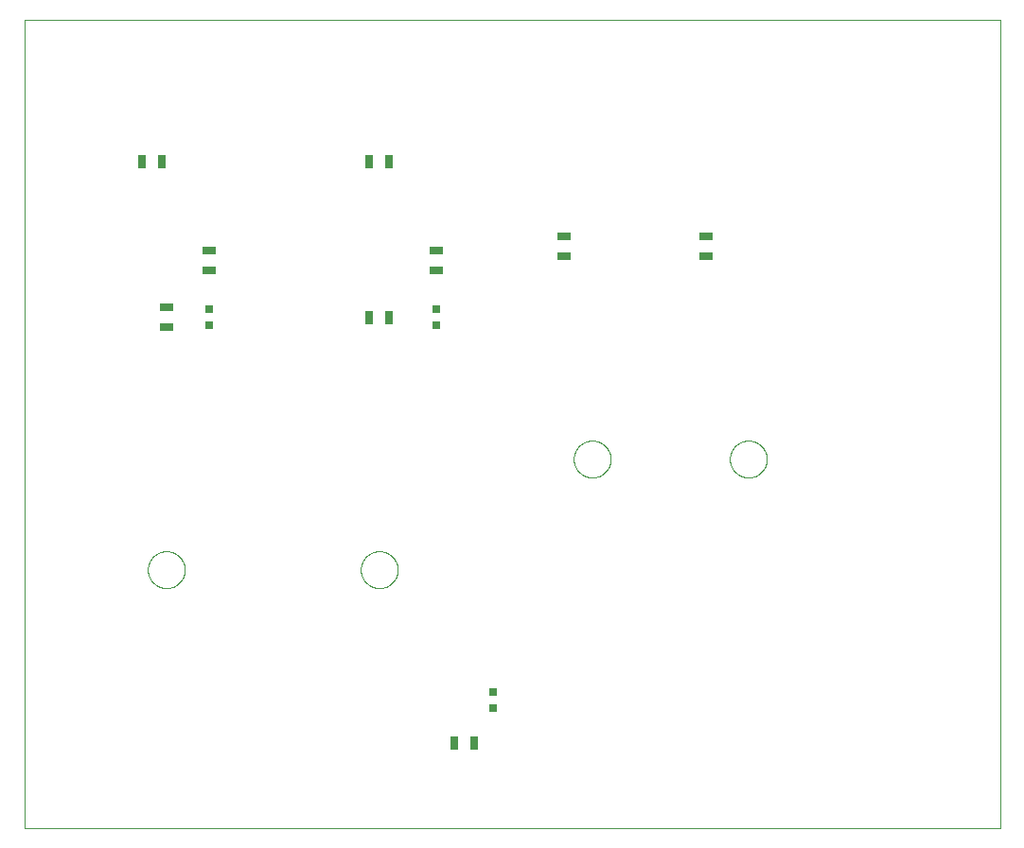
<source format=gtp>
G75*
%MOIN*%
%OFA0B0*%
%FSLAX25Y25*%
%IPPOS*%
%LPD*%
%AMOC8*
5,1,8,0,0,1.08239X$1,22.5*
%
%ADD10C,0.00000*%
%ADD11R,0.03150X0.04724*%
%ADD12R,0.03150X0.03150*%
%ADD13R,0.04724X0.03150*%
D10*
X0011800Y0011800D02*
X0011800Y0296761D01*
X0355501Y0296761D01*
X0355501Y0011800D01*
X0011800Y0011800D01*
X0055300Y0102800D02*
X0055302Y0102961D01*
X0055308Y0103121D01*
X0055318Y0103282D01*
X0055332Y0103442D01*
X0055350Y0103602D01*
X0055371Y0103761D01*
X0055397Y0103920D01*
X0055427Y0104078D01*
X0055460Y0104235D01*
X0055498Y0104392D01*
X0055539Y0104547D01*
X0055584Y0104701D01*
X0055633Y0104854D01*
X0055686Y0105006D01*
X0055742Y0105157D01*
X0055803Y0105306D01*
X0055866Y0105454D01*
X0055934Y0105600D01*
X0056005Y0105744D01*
X0056079Y0105886D01*
X0056157Y0106027D01*
X0056239Y0106165D01*
X0056324Y0106302D01*
X0056412Y0106436D01*
X0056504Y0106568D01*
X0056599Y0106698D01*
X0056697Y0106826D01*
X0056798Y0106951D01*
X0056902Y0107073D01*
X0057009Y0107193D01*
X0057119Y0107310D01*
X0057232Y0107425D01*
X0057348Y0107536D01*
X0057467Y0107645D01*
X0057588Y0107750D01*
X0057712Y0107853D01*
X0057838Y0107953D01*
X0057966Y0108049D01*
X0058097Y0108142D01*
X0058231Y0108232D01*
X0058366Y0108319D01*
X0058504Y0108402D01*
X0058643Y0108482D01*
X0058785Y0108558D01*
X0058928Y0108631D01*
X0059073Y0108700D01*
X0059220Y0108766D01*
X0059368Y0108828D01*
X0059518Y0108886D01*
X0059669Y0108941D01*
X0059822Y0108992D01*
X0059976Y0109039D01*
X0060131Y0109082D01*
X0060287Y0109121D01*
X0060443Y0109157D01*
X0060601Y0109188D01*
X0060759Y0109216D01*
X0060918Y0109240D01*
X0061078Y0109260D01*
X0061238Y0109276D01*
X0061398Y0109288D01*
X0061559Y0109296D01*
X0061720Y0109300D01*
X0061880Y0109300D01*
X0062041Y0109296D01*
X0062202Y0109288D01*
X0062362Y0109276D01*
X0062522Y0109260D01*
X0062682Y0109240D01*
X0062841Y0109216D01*
X0062999Y0109188D01*
X0063157Y0109157D01*
X0063313Y0109121D01*
X0063469Y0109082D01*
X0063624Y0109039D01*
X0063778Y0108992D01*
X0063931Y0108941D01*
X0064082Y0108886D01*
X0064232Y0108828D01*
X0064380Y0108766D01*
X0064527Y0108700D01*
X0064672Y0108631D01*
X0064815Y0108558D01*
X0064957Y0108482D01*
X0065096Y0108402D01*
X0065234Y0108319D01*
X0065369Y0108232D01*
X0065503Y0108142D01*
X0065634Y0108049D01*
X0065762Y0107953D01*
X0065888Y0107853D01*
X0066012Y0107750D01*
X0066133Y0107645D01*
X0066252Y0107536D01*
X0066368Y0107425D01*
X0066481Y0107310D01*
X0066591Y0107193D01*
X0066698Y0107073D01*
X0066802Y0106951D01*
X0066903Y0106826D01*
X0067001Y0106698D01*
X0067096Y0106568D01*
X0067188Y0106436D01*
X0067276Y0106302D01*
X0067361Y0106165D01*
X0067443Y0106027D01*
X0067521Y0105886D01*
X0067595Y0105744D01*
X0067666Y0105600D01*
X0067734Y0105454D01*
X0067797Y0105306D01*
X0067858Y0105157D01*
X0067914Y0105006D01*
X0067967Y0104854D01*
X0068016Y0104701D01*
X0068061Y0104547D01*
X0068102Y0104392D01*
X0068140Y0104235D01*
X0068173Y0104078D01*
X0068203Y0103920D01*
X0068229Y0103761D01*
X0068250Y0103602D01*
X0068268Y0103442D01*
X0068282Y0103282D01*
X0068292Y0103121D01*
X0068298Y0102961D01*
X0068300Y0102800D01*
X0068298Y0102639D01*
X0068292Y0102479D01*
X0068282Y0102318D01*
X0068268Y0102158D01*
X0068250Y0101998D01*
X0068229Y0101839D01*
X0068203Y0101680D01*
X0068173Y0101522D01*
X0068140Y0101365D01*
X0068102Y0101208D01*
X0068061Y0101053D01*
X0068016Y0100899D01*
X0067967Y0100746D01*
X0067914Y0100594D01*
X0067858Y0100443D01*
X0067797Y0100294D01*
X0067734Y0100146D01*
X0067666Y0100000D01*
X0067595Y0099856D01*
X0067521Y0099714D01*
X0067443Y0099573D01*
X0067361Y0099435D01*
X0067276Y0099298D01*
X0067188Y0099164D01*
X0067096Y0099032D01*
X0067001Y0098902D01*
X0066903Y0098774D01*
X0066802Y0098649D01*
X0066698Y0098527D01*
X0066591Y0098407D01*
X0066481Y0098290D01*
X0066368Y0098175D01*
X0066252Y0098064D01*
X0066133Y0097955D01*
X0066012Y0097850D01*
X0065888Y0097747D01*
X0065762Y0097647D01*
X0065634Y0097551D01*
X0065503Y0097458D01*
X0065369Y0097368D01*
X0065234Y0097281D01*
X0065096Y0097198D01*
X0064957Y0097118D01*
X0064815Y0097042D01*
X0064672Y0096969D01*
X0064527Y0096900D01*
X0064380Y0096834D01*
X0064232Y0096772D01*
X0064082Y0096714D01*
X0063931Y0096659D01*
X0063778Y0096608D01*
X0063624Y0096561D01*
X0063469Y0096518D01*
X0063313Y0096479D01*
X0063157Y0096443D01*
X0062999Y0096412D01*
X0062841Y0096384D01*
X0062682Y0096360D01*
X0062522Y0096340D01*
X0062362Y0096324D01*
X0062202Y0096312D01*
X0062041Y0096304D01*
X0061880Y0096300D01*
X0061720Y0096300D01*
X0061559Y0096304D01*
X0061398Y0096312D01*
X0061238Y0096324D01*
X0061078Y0096340D01*
X0060918Y0096360D01*
X0060759Y0096384D01*
X0060601Y0096412D01*
X0060443Y0096443D01*
X0060287Y0096479D01*
X0060131Y0096518D01*
X0059976Y0096561D01*
X0059822Y0096608D01*
X0059669Y0096659D01*
X0059518Y0096714D01*
X0059368Y0096772D01*
X0059220Y0096834D01*
X0059073Y0096900D01*
X0058928Y0096969D01*
X0058785Y0097042D01*
X0058643Y0097118D01*
X0058504Y0097198D01*
X0058366Y0097281D01*
X0058231Y0097368D01*
X0058097Y0097458D01*
X0057966Y0097551D01*
X0057838Y0097647D01*
X0057712Y0097747D01*
X0057588Y0097850D01*
X0057467Y0097955D01*
X0057348Y0098064D01*
X0057232Y0098175D01*
X0057119Y0098290D01*
X0057009Y0098407D01*
X0056902Y0098527D01*
X0056798Y0098649D01*
X0056697Y0098774D01*
X0056599Y0098902D01*
X0056504Y0099032D01*
X0056412Y0099164D01*
X0056324Y0099298D01*
X0056239Y0099435D01*
X0056157Y0099573D01*
X0056079Y0099714D01*
X0056005Y0099856D01*
X0055934Y0100000D01*
X0055866Y0100146D01*
X0055803Y0100294D01*
X0055742Y0100443D01*
X0055686Y0100594D01*
X0055633Y0100746D01*
X0055584Y0100899D01*
X0055539Y0101053D01*
X0055498Y0101208D01*
X0055460Y0101365D01*
X0055427Y0101522D01*
X0055397Y0101680D01*
X0055371Y0101839D01*
X0055350Y0101998D01*
X0055332Y0102158D01*
X0055318Y0102318D01*
X0055308Y0102479D01*
X0055302Y0102639D01*
X0055300Y0102800D01*
X0130300Y0102800D02*
X0130302Y0102961D01*
X0130308Y0103121D01*
X0130318Y0103282D01*
X0130332Y0103442D01*
X0130350Y0103602D01*
X0130371Y0103761D01*
X0130397Y0103920D01*
X0130427Y0104078D01*
X0130460Y0104235D01*
X0130498Y0104392D01*
X0130539Y0104547D01*
X0130584Y0104701D01*
X0130633Y0104854D01*
X0130686Y0105006D01*
X0130742Y0105157D01*
X0130803Y0105306D01*
X0130866Y0105454D01*
X0130934Y0105600D01*
X0131005Y0105744D01*
X0131079Y0105886D01*
X0131157Y0106027D01*
X0131239Y0106165D01*
X0131324Y0106302D01*
X0131412Y0106436D01*
X0131504Y0106568D01*
X0131599Y0106698D01*
X0131697Y0106826D01*
X0131798Y0106951D01*
X0131902Y0107073D01*
X0132009Y0107193D01*
X0132119Y0107310D01*
X0132232Y0107425D01*
X0132348Y0107536D01*
X0132467Y0107645D01*
X0132588Y0107750D01*
X0132712Y0107853D01*
X0132838Y0107953D01*
X0132966Y0108049D01*
X0133097Y0108142D01*
X0133231Y0108232D01*
X0133366Y0108319D01*
X0133504Y0108402D01*
X0133643Y0108482D01*
X0133785Y0108558D01*
X0133928Y0108631D01*
X0134073Y0108700D01*
X0134220Y0108766D01*
X0134368Y0108828D01*
X0134518Y0108886D01*
X0134669Y0108941D01*
X0134822Y0108992D01*
X0134976Y0109039D01*
X0135131Y0109082D01*
X0135287Y0109121D01*
X0135443Y0109157D01*
X0135601Y0109188D01*
X0135759Y0109216D01*
X0135918Y0109240D01*
X0136078Y0109260D01*
X0136238Y0109276D01*
X0136398Y0109288D01*
X0136559Y0109296D01*
X0136720Y0109300D01*
X0136880Y0109300D01*
X0137041Y0109296D01*
X0137202Y0109288D01*
X0137362Y0109276D01*
X0137522Y0109260D01*
X0137682Y0109240D01*
X0137841Y0109216D01*
X0137999Y0109188D01*
X0138157Y0109157D01*
X0138313Y0109121D01*
X0138469Y0109082D01*
X0138624Y0109039D01*
X0138778Y0108992D01*
X0138931Y0108941D01*
X0139082Y0108886D01*
X0139232Y0108828D01*
X0139380Y0108766D01*
X0139527Y0108700D01*
X0139672Y0108631D01*
X0139815Y0108558D01*
X0139957Y0108482D01*
X0140096Y0108402D01*
X0140234Y0108319D01*
X0140369Y0108232D01*
X0140503Y0108142D01*
X0140634Y0108049D01*
X0140762Y0107953D01*
X0140888Y0107853D01*
X0141012Y0107750D01*
X0141133Y0107645D01*
X0141252Y0107536D01*
X0141368Y0107425D01*
X0141481Y0107310D01*
X0141591Y0107193D01*
X0141698Y0107073D01*
X0141802Y0106951D01*
X0141903Y0106826D01*
X0142001Y0106698D01*
X0142096Y0106568D01*
X0142188Y0106436D01*
X0142276Y0106302D01*
X0142361Y0106165D01*
X0142443Y0106027D01*
X0142521Y0105886D01*
X0142595Y0105744D01*
X0142666Y0105600D01*
X0142734Y0105454D01*
X0142797Y0105306D01*
X0142858Y0105157D01*
X0142914Y0105006D01*
X0142967Y0104854D01*
X0143016Y0104701D01*
X0143061Y0104547D01*
X0143102Y0104392D01*
X0143140Y0104235D01*
X0143173Y0104078D01*
X0143203Y0103920D01*
X0143229Y0103761D01*
X0143250Y0103602D01*
X0143268Y0103442D01*
X0143282Y0103282D01*
X0143292Y0103121D01*
X0143298Y0102961D01*
X0143300Y0102800D01*
X0143298Y0102639D01*
X0143292Y0102479D01*
X0143282Y0102318D01*
X0143268Y0102158D01*
X0143250Y0101998D01*
X0143229Y0101839D01*
X0143203Y0101680D01*
X0143173Y0101522D01*
X0143140Y0101365D01*
X0143102Y0101208D01*
X0143061Y0101053D01*
X0143016Y0100899D01*
X0142967Y0100746D01*
X0142914Y0100594D01*
X0142858Y0100443D01*
X0142797Y0100294D01*
X0142734Y0100146D01*
X0142666Y0100000D01*
X0142595Y0099856D01*
X0142521Y0099714D01*
X0142443Y0099573D01*
X0142361Y0099435D01*
X0142276Y0099298D01*
X0142188Y0099164D01*
X0142096Y0099032D01*
X0142001Y0098902D01*
X0141903Y0098774D01*
X0141802Y0098649D01*
X0141698Y0098527D01*
X0141591Y0098407D01*
X0141481Y0098290D01*
X0141368Y0098175D01*
X0141252Y0098064D01*
X0141133Y0097955D01*
X0141012Y0097850D01*
X0140888Y0097747D01*
X0140762Y0097647D01*
X0140634Y0097551D01*
X0140503Y0097458D01*
X0140369Y0097368D01*
X0140234Y0097281D01*
X0140096Y0097198D01*
X0139957Y0097118D01*
X0139815Y0097042D01*
X0139672Y0096969D01*
X0139527Y0096900D01*
X0139380Y0096834D01*
X0139232Y0096772D01*
X0139082Y0096714D01*
X0138931Y0096659D01*
X0138778Y0096608D01*
X0138624Y0096561D01*
X0138469Y0096518D01*
X0138313Y0096479D01*
X0138157Y0096443D01*
X0137999Y0096412D01*
X0137841Y0096384D01*
X0137682Y0096360D01*
X0137522Y0096340D01*
X0137362Y0096324D01*
X0137202Y0096312D01*
X0137041Y0096304D01*
X0136880Y0096300D01*
X0136720Y0096300D01*
X0136559Y0096304D01*
X0136398Y0096312D01*
X0136238Y0096324D01*
X0136078Y0096340D01*
X0135918Y0096360D01*
X0135759Y0096384D01*
X0135601Y0096412D01*
X0135443Y0096443D01*
X0135287Y0096479D01*
X0135131Y0096518D01*
X0134976Y0096561D01*
X0134822Y0096608D01*
X0134669Y0096659D01*
X0134518Y0096714D01*
X0134368Y0096772D01*
X0134220Y0096834D01*
X0134073Y0096900D01*
X0133928Y0096969D01*
X0133785Y0097042D01*
X0133643Y0097118D01*
X0133504Y0097198D01*
X0133366Y0097281D01*
X0133231Y0097368D01*
X0133097Y0097458D01*
X0132966Y0097551D01*
X0132838Y0097647D01*
X0132712Y0097747D01*
X0132588Y0097850D01*
X0132467Y0097955D01*
X0132348Y0098064D01*
X0132232Y0098175D01*
X0132119Y0098290D01*
X0132009Y0098407D01*
X0131902Y0098527D01*
X0131798Y0098649D01*
X0131697Y0098774D01*
X0131599Y0098902D01*
X0131504Y0099032D01*
X0131412Y0099164D01*
X0131324Y0099298D01*
X0131239Y0099435D01*
X0131157Y0099573D01*
X0131079Y0099714D01*
X0131005Y0099856D01*
X0130934Y0100000D01*
X0130866Y0100146D01*
X0130803Y0100294D01*
X0130742Y0100443D01*
X0130686Y0100594D01*
X0130633Y0100746D01*
X0130584Y0100899D01*
X0130539Y0101053D01*
X0130498Y0101208D01*
X0130460Y0101365D01*
X0130427Y0101522D01*
X0130397Y0101680D01*
X0130371Y0101839D01*
X0130350Y0101998D01*
X0130332Y0102158D01*
X0130318Y0102318D01*
X0130308Y0102479D01*
X0130302Y0102639D01*
X0130300Y0102800D01*
X0205300Y0141800D02*
X0205302Y0141961D01*
X0205308Y0142121D01*
X0205318Y0142282D01*
X0205332Y0142442D01*
X0205350Y0142602D01*
X0205371Y0142761D01*
X0205397Y0142920D01*
X0205427Y0143078D01*
X0205460Y0143235D01*
X0205498Y0143392D01*
X0205539Y0143547D01*
X0205584Y0143701D01*
X0205633Y0143854D01*
X0205686Y0144006D01*
X0205742Y0144157D01*
X0205803Y0144306D01*
X0205866Y0144454D01*
X0205934Y0144600D01*
X0206005Y0144744D01*
X0206079Y0144886D01*
X0206157Y0145027D01*
X0206239Y0145165D01*
X0206324Y0145302D01*
X0206412Y0145436D01*
X0206504Y0145568D01*
X0206599Y0145698D01*
X0206697Y0145826D01*
X0206798Y0145951D01*
X0206902Y0146073D01*
X0207009Y0146193D01*
X0207119Y0146310D01*
X0207232Y0146425D01*
X0207348Y0146536D01*
X0207467Y0146645D01*
X0207588Y0146750D01*
X0207712Y0146853D01*
X0207838Y0146953D01*
X0207966Y0147049D01*
X0208097Y0147142D01*
X0208231Y0147232D01*
X0208366Y0147319D01*
X0208504Y0147402D01*
X0208643Y0147482D01*
X0208785Y0147558D01*
X0208928Y0147631D01*
X0209073Y0147700D01*
X0209220Y0147766D01*
X0209368Y0147828D01*
X0209518Y0147886D01*
X0209669Y0147941D01*
X0209822Y0147992D01*
X0209976Y0148039D01*
X0210131Y0148082D01*
X0210287Y0148121D01*
X0210443Y0148157D01*
X0210601Y0148188D01*
X0210759Y0148216D01*
X0210918Y0148240D01*
X0211078Y0148260D01*
X0211238Y0148276D01*
X0211398Y0148288D01*
X0211559Y0148296D01*
X0211720Y0148300D01*
X0211880Y0148300D01*
X0212041Y0148296D01*
X0212202Y0148288D01*
X0212362Y0148276D01*
X0212522Y0148260D01*
X0212682Y0148240D01*
X0212841Y0148216D01*
X0212999Y0148188D01*
X0213157Y0148157D01*
X0213313Y0148121D01*
X0213469Y0148082D01*
X0213624Y0148039D01*
X0213778Y0147992D01*
X0213931Y0147941D01*
X0214082Y0147886D01*
X0214232Y0147828D01*
X0214380Y0147766D01*
X0214527Y0147700D01*
X0214672Y0147631D01*
X0214815Y0147558D01*
X0214957Y0147482D01*
X0215096Y0147402D01*
X0215234Y0147319D01*
X0215369Y0147232D01*
X0215503Y0147142D01*
X0215634Y0147049D01*
X0215762Y0146953D01*
X0215888Y0146853D01*
X0216012Y0146750D01*
X0216133Y0146645D01*
X0216252Y0146536D01*
X0216368Y0146425D01*
X0216481Y0146310D01*
X0216591Y0146193D01*
X0216698Y0146073D01*
X0216802Y0145951D01*
X0216903Y0145826D01*
X0217001Y0145698D01*
X0217096Y0145568D01*
X0217188Y0145436D01*
X0217276Y0145302D01*
X0217361Y0145165D01*
X0217443Y0145027D01*
X0217521Y0144886D01*
X0217595Y0144744D01*
X0217666Y0144600D01*
X0217734Y0144454D01*
X0217797Y0144306D01*
X0217858Y0144157D01*
X0217914Y0144006D01*
X0217967Y0143854D01*
X0218016Y0143701D01*
X0218061Y0143547D01*
X0218102Y0143392D01*
X0218140Y0143235D01*
X0218173Y0143078D01*
X0218203Y0142920D01*
X0218229Y0142761D01*
X0218250Y0142602D01*
X0218268Y0142442D01*
X0218282Y0142282D01*
X0218292Y0142121D01*
X0218298Y0141961D01*
X0218300Y0141800D01*
X0218298Y0141639D01*
X0218292Y0141479D01*
X0218282Y0141318D01*
X0218268Y0141158D01*
X0218250Y0140998D01*
X0218229Y0140839D01*
X0218203Y0140680D01*
X0218173Y0140522D01*
X0218140Y0140365D01*
X0218102Y0140208D01*
X0218061Y0140053D01*
X0218016Y0139899D01*
X0217967Y0139746D01*
X0217914Y0139594D01*
X0217858Y0139443D01*
X0217797Y0139294D01*
X0217734Y0139146D01*
X0217666Y0139000D01*
X0217595Y0138856D01*
X0217521Y0138714D01*
X0217443Y0138573D01*
X0217361Y0138435D01*
X0217276Y0138298D01*
X0217188Y0138164D01*
X0217096Y0138032D01*
X0217001Y0137902D01*
X0216903Y0137774D01*
X0216802Y0137649D01*
X0216698Y0137527D01*
X0216591Y0137407D01*
X0216481Y0137290D01*
X0216368Y0137175D01*
X0216252Y0137064D01*
X0216133Y0136955D01*
X0216012Y0136850D01*
X0215888Y0136747D01*
X0215762Y0136647D01*
X0215634Y0136551D01*
X0215503Y0136458D01*
X0215369Y0136368D01*
X0215234Y0136281D01*
X0215096Y0136198D01*
X0214957Y0136118D01*
X0214815Y0136042D01*
X0214672Y0135969D01*
X0214527Y0135900D01*
X0214380Y0135834D01*
X0214232Y0135772D01*
X0214082Y0135714D01*
X0213931Y0135659D01*
X0213778Y0135608D01*
X0213624Y0135561D01*
X0213469Y0135518D01*
X0213313Y0135479D01*
X0213157Y0135443D01*
X0212999Y0135412D01*
X0212841Y0135384D01*
X0212682Y0135360D01*
X0212522Y0135340D01*
X0212362Y0135324D01*
X0212202Y0135312D01*
X0212041Y0135304D01*
X0211880Y0135300D01*
X0211720Y0135300D01*
X0211559Y0135304D01*
X0211398Y0135312D01*
X0211238Y0135324D01*
X0211078Y0135340D01*
X0210918Y0135360D01*
X0210759Y0135384D01*
X0210601Y0135412D01*
X0210443Y0135443D01*
X0210287Y0135479D01*
X0210131Y0135518D01*
X0209976Y0135561D01*
X0209822Y0135608D01*
X0209669Y0135659D01*
X0209518Y0135714D01*
X0209368Y0135772D01*
X0209220Y0135834D01*
X0209073Y0135900D01*
X0208928Y0135969D01*
X0208785Y0136042D01*
X0208643Y0136118D01*
X0208504Y0136198D01*
X0208366Y0136281D01*
X0208231Y0136368D01*
X0208097Y0136458D01*
X0207966Y0136551D01*
X0207838Y0136647D01*
X0207712Y0136747D01*
X0207588Y0136850D01*
X0207467Y0136955D01*
X0207348Y0137064D01*
X0207232Y0137175D01*
X0207119Y0137290D01*
X0207009Y0137407D01*
X0206902Y0137527D01*
X0206798Y0137649D01*
X0206697Y0137774D01*
X0206599Y0137902D01*
X0206504Y0138032D01*
X0206412Y0138164D01*
X0206324Y0138298D01*
X0206239Y0138435D01*
X0206157Y0138573D01*
X0206079Y0138714D01*
X0206005Y0138856D01*
X0205934Y0139000D01*
X0205866Y0139146D01*
X0205803Y0139294D01*
X0205742Y0139443D01*
X0205686Y0139594D01*
X0205633Y0139746D01*
X0205584Y0139899D01*
X0205539Y0140053D01*
X0205498Y0140208D01*
X0205460Y0140365D01*
X0205427Y0140522D01*
X0205397Y0140680D01*
X0205371Y0140839D01*
X0205350Y0140998D01*
X0205332Y0141158D01*
X0205318Y0141318D01*
X0205308Y0141479D01*
X0205302Y0141639D01*
X0205300Y0141800D01*
X0260300Y0141800D02*
X0260302Y0141961D01*
X0260308Y0142121D01*
X0260318Y0142282D01*
X0260332Y0142442D01*
X0260350Y0142602D01*
X0260371Y0142761D01*
X0260397Y0142920D01*
X0260427Y0143078D01*
X0260460Y0143235D01*
X0260498Y0143392D01*
X0260539Y0143547D01*
X0260584Y0143701D01*
X0260633Y0143854D01*
X0260686Y0144006D01*
X0260742Y0144157D01*
X0260803Y0144306D01*
X0260866Y0144454D01*
X0260934Y0144600D01*
X0261005Y0144744D01*
X0261079Y0144886D01*
X0261157Y0145027D01*
X0261239Y0145165D01*
X0261324Y0145302D01*
X0261412Y0145436D01*
X0261504Y0145568D01*
X0261599Y0145698D01*
X0261697Y0145826D01*
X0261798Y0145951D01*
X0261902Y0146073D01*
X0262009Y0146193D01*
X0262119Y0146310D01*
X0262232Y0146425D01*
X0262348Y0146536D01*
X0262467Y0146645D01*
X0262588Y0146750D01*
X0262712Y0146853D01*
X0262838Y0146953D01*
X0262966Y0147049D01*
X0263097Y0147142D01*
X0263231Y0147232D01*
X0263366Y0147319D01*
X0263504Y0147402D01*
X0263643Y0147482D01*
X0263785Y0147558D01*
X0263928Y0147631D01*
X0264073Y0147700D01*
X0264220Y0147766D01*
X0264368Y0147828D01*
X0264518Y0147886D01*
X0264669Y0147941D01*
X0264822Y0147992D01*
X0264976Y0148039D01*
X0265131Y0148082D01*
X0265287Y0148121D01*
X0265443Y0148157D01*
X0265601Y0148188D01*
X0265759Y0148216D01*
X0265918Y0148240D01*
X0266078Y0148260D01*
X0266238Y0148276D01*
X0266398Y0148288D01*
X0266559Y0148296D01*
X0266720Y0148300D01*
X0266880Y0148300D01*
X0267041Y0148296D01*
X0267202Y0148288D01*
X0267362Y0148276D01*
X0267522Y0148260D01*
X0267682Y0148240D01*
X0267841Y0148216D01*
X0267999Y0148188D01*
X0268157Y0148157D01*
X0268313Y0148121D01*
X0268469Y0148082D01*
X0268624Y0148039D01*
X0268778Y0147992D01*
X0268931Y0147941D01*
X0269082Y0147886D01*
X0269232Y0147828D01*
X0269380Y0147766D01*
X0269527Y0147700D01*
X0269672Y0147631D01*
X0269815Y0147558D01*
X0269957Y0147482D01*
X0270096Y0147402D01*
X0270234Y0147319D01*
X0270369Y0147232D01*
X0270503Y0147142D01*
X0270634Y0147049D01*
X0270762Y0146953D01*
X0270888Y0146853D01*
X0271012Y0146750D01*
X0271133Y0146645D01*
X0271252Y0146536D01*
X0271368Y0146425D01*
X0271481Y0146310D01*
X0271591Y0146193D01*
X0271698Y0146073D01*
X0271802Y0145951D01*
X0271903Y0145826D01*
X0272001Y0145698D01*
X0272096Y0145568D01*
X0272188Y0145436D01*
X0272276Y0145302D01*
X0272361Y0145165D01*
X0272443Y0145027D01*
X0272521Y0144886D01*
X0272595Y0144744D01*
X0272666Y0144600D01*
X0272734Y0144454D01*
X0272797Y0144306D01*
X0272858Y0144157D01*
X0272914Y0144006D01*
X0272967Y0143854D01*
X0273016Y0143701D01*
X0273061Y0143547D01*
X0273102Y0143392D01*
X0273140Y0143235D01*
X0273173Y0143078D01*
X0273203Y0142920D01*
X0273229Y0142761D01*
X0273250Y0142602D01*
X0273268Y0142442D01*
X0273282Y0142282D01*
X0273292Y0142121D01*
X0273298Y0141961D01*
X0273300Y0141800D01*
X0273298Y0141639D01*
X0273292Y0141479D01*
X0273282Y0141318D01*
X0273268Y0141158D01*
X0273250Y0140998D01*
X0273229Y0140839D01*
X0273203Y0140680D01*
X0273173Y0140522D01*
X0273140Y0140365D01*
X0273102Y0140208D01*
X0273061Y0140053D01*
X0273016Y0139899D01*
X0272967Y0139746D01*
X0272914Y0139594D01*
X0272858Y0139443D01*
X0272797Y0139294D01*
X0272734Y0139146D01*
X0272666Y0139000D01*
X0272595Y0138856D01*
X0272521Y0138714D01*
X0272443Y0138573D01*
X0272361Y0138435D01*
X0272276Y0138298D01*
X0272188Y0138164D01*
X0272096Y0138032D01*
X0272001Y0137902D01*
X0271903Y0137774D01*
X0271802Y0137649D01*
X0271698Y0137527D01*
X0271591Y0137407D01*
X0271481Y0137290D01*
X0271368Y0137175D01*
X0271252Y0137064D01*
X0271133Y0136955D01*
X0271012Y0136850D01*
X0270888Y0136747D01*
X0270762Y0136647D01*
X0270634Y0136551D01*
X0270503Y0136458D01*
X0270369Y0136368D01*
X0270234Y0136281D01*
X0270096Y0136198D01*
X0269957Y0136118D01*
X0269815Y0136042D01*
X0269672Y0135969D01*
X0269527Y0135900D01*
X0269380Y0135834D01*
X0269232Y0135772D01*
X0269082Y0135714D01*
X0268931Y0135659D01*
X0268778Y0135608D01*
X0268624Y0135561D01*
X0268469Y0135518D01*
X0268313Y0135479D01*
X0268157Y0135443D01*
X0267999Y0135412D01*
X0267841Y0135384D01*
X0267682Y0135360D01*
X0267522Y0135340D01*
X0267362Y0135324D01*
X0267202Y0135312D01*
X0267041Y0135304D01*
X0266880Y0135300D01*
X0266720Y0135300D01*
X0266559Y0135304D01*
X0266398Y0135312D01*
X0266238Y0135324D01*
X0266078Y0135340D01*
X0265918Y0135360D01*
X0265759Y0135384D01*
X0265601Y0135412D01*
X0265443Y0135443D01*
X0265287Y0135479D01*
X0265131Y0135518D01*
X0264976Y0135561D01*
X0264822Y0135608D01*
X0264669Y0135659D01*
X0264518Y0135714D01*
X0264368Y0135772D01*
X0264220Y0135834D01*
X0264073Y0135900D01*
X0263928Y0135969D01*
X0263785Y0136042D01*
X0263643Y0136118D01*
X0263504Y0136198D01*
X0263366Y0136281D01*
X0263231Y0136368D01*
X0263097Y0136458D01*
X0262966Y0136551D01*
X0262838Y0136647D01*
X0262712Y0136747D01*
X0262588Y0136850D01*
X0262467Y0136955D01*
X0262348Y0137064D01*
X0262232Y0137175D01*
X0262119Y0137290D01*
X0262009Y0137407D01*
X0261902Y0137527D01*
X0261798Y0137649D01*
X0261697Y0137774D01*
X0261599Y0137902D01*
X0261504Y0138032D01*
X0261412Y0138164D01*
X0261324Y0138298D01*
X0261239Y0138435D01*
X0261157Y0138573D01*
X0261079Y0138714D01*
X0261005Y0138856D01*
X0260934Y0139000D01*
X0260866Y0139146D01*
X0260803Y0139294D01*
X0260742Y0139443D01*
X0260686Y0139594D01*
X0260633Y0139746D01*
X0260584Y0139899D01*
X0260539Y0140053D01*
X0260498Y0140208D01*
X0260460Y0140365D01*
X0260427Y0140522D01*
X0260397Y0140680D01*
X0260371Y0140839D01*
X0260350Y0140998D01*
X0260332Y0141158D01*
X0260318Y0141318D01*
X0260308Y0141479D01*
X0260302Y0141639D01*
X0260300Y0141800D01*
D11*
X0140343Y0191800D03*
X0133257Y0191800D03*
X0133257Y0246800D03*
X0140343Y0246800D03*
X0060343Y0246800D03*
X0053257Y0246800D03*
X0163257Y0041800D03*
X0170343Y0041800D03*
D12*
X0176800Y0053847D03*
X0176800Y0059753D03*
X0156800Y0188847D03*
X0156800Y0194753D03*
X0076800Y0194753D03*
X0076800Y0188847D03*
D13*
X0061800Y0188257D03*
X0061800Y0195343D03*
X0076800Y0208257D03*
X0076800Y0215343D03*
X0156800Y0215343D03*
X0156800Y0208257D03*
X0201800Y0213257D03*
X0201800Y0220343D03*
X0251800Y0220343D03*
X0251800Y0213257D03*
M02*

</source>
